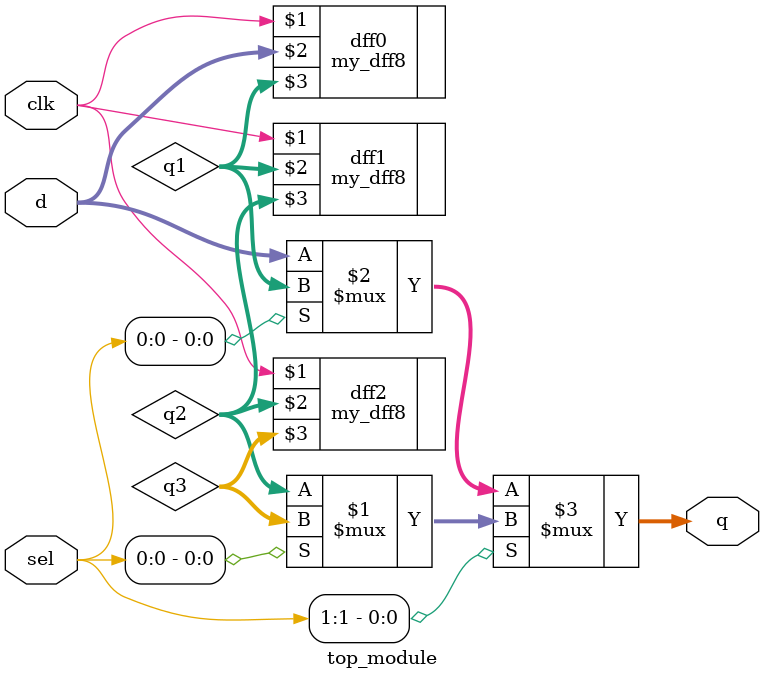
<source format=v>
module top_module ( 
    input clk, 
    input [7:0] d, 
    input [1:0] sel, 
    output [7:0] q 
);
    wire [7:0] q1, q2, q3;
    my_dff8 dff0( clk, d, q1);
    my_dff8 dff1( clk, q1, q2);
    my_dff8 dff2( clk, q2, q3);
    assign q = sel[1] ? (sel[0] ? q3 : q2) : (sel[0] ? q1 : d ) ;
    
endmodule
</source>
